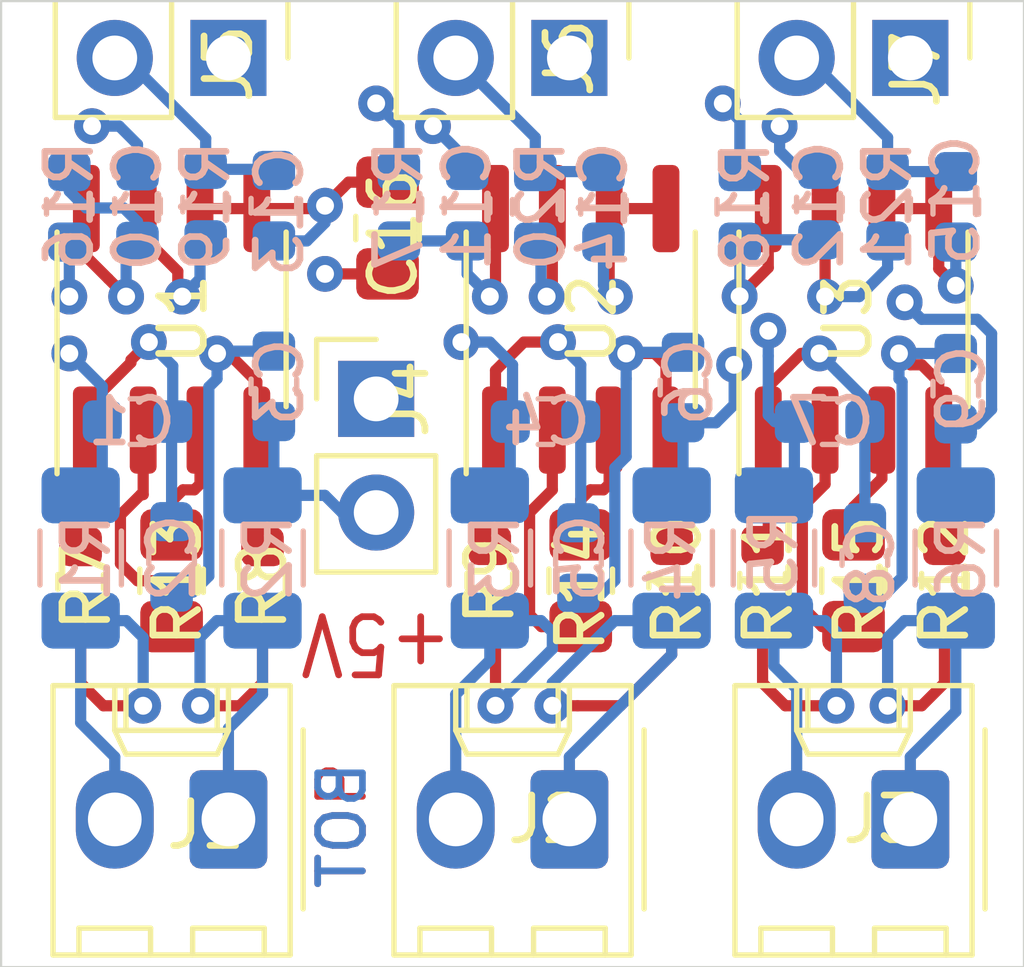
<source format=kicad_pcb>
(kicad_pcb (version 20171130) (host pcbnew "(5.1.5)-3")
  (layers (0 F.Cu signal hide) (1 In1.Cu signal hide) (2 In2.Cu signal hide) (31 B.Cu signal hide) (34 B.Paste user hide) (35 F.Paste user hide) (36 B.SilkS user) (37 F.SilkS user hide) (38 B.Mask user hide) (39 F.Mask user hide) (44 Edge.Cuts user))
  (net 0 "")
  (net 1 +5V)
  (net 2 "Net-(C1-Pad1)")
  (net 3 GND)
  (net 4 "Net-(C4-Pad1)")
  (net 5 "Net-(C7-Pad1)")
  (net 6 "Net-(C15-Pad1)")
  (net 7 "Net-(R20-Pad2)")
  (net 8 "Net-(R21-Pad2)")
  (net 9 "Net-(R13-Pad2)")
  (net 10 "Net-(R13-Pad1)")
  (net 11 "Net-(R14-Pad2)")
  (net 12 "Net-(R14-Pad1)")
  (net 13 "Net-(R15-Pad2)")
  (net 14 "Net-(R15-Pad1)")
  (net 15 "Net-(R19-Pad2)")
  (net 16 "Net-(C10-Pad2)")
  (net 17 "Net-(C12-Pad2)")
  (net 18 "Net-(J1-Pad2)")
  (net 19 "Net-(J1-Pad1)")
  (net 20 "Net-(J3-Pad2)")
  (net 21 "Net-(J3-Pad1)")
  (net 22 "Net-(C2-Pad1)")
  (net 23 "Net-(C5-Pad1)")
  (net 24 "Net-(C8-Pad1)")
  (net 25 "Net-(C11-Pad2)")
  (net 26 "Net-(C13-Pad1)")
  (net 27 "Net-(C14-Pad1)")
  (net 28 "Net-(J2-Pad2)")
  (net 29 "Net-(J2-Pad1)")
  (module Capacitor_SMD:C_0805_2012Metric_Pad1.15x1.40mm_HandSolder (layer F.Cu) (at 133.354795 93.633061 270)
    (fp_text reference C16 (at 0.136 -0.127 90) (layer F.SilkS))
    (fp_text value "10uF / 25V")
    (pad 2 smd roundrect (at 1.025 0 270) (size 1.15 1.4) (layers F.Cu F.Paste F.Mask) (roundrect_rratio 0.217391) (net 1 +5V))
    (pad 1 smd roundrect (at -1.025 0 270) (size 1.15 1.4) (layers F.Cu F.Paste F.Mask) (roundrect_rratio 0.217391) (net 3 GND))
  )
  (module Capacitor_SMD:C_0603_1608Metric (layer B.Cu) (at 127.766795 97.960061 180)
    (fp_text reference C1 (at 0.127 0 180) (layer B.SilkS) (effects (justify mirror)))
    (fp_text value 100nF)
    (pad 2 smd roundrect (at 0.7875 0 180) (size 0.875 0.95) (layers B.Cu B.Paste B.Mask) (net 3 GND))
    (pad 1 smd roundrect (at -0.7875 0 180) (size 0.875 0.95) (layers B.Cu B.Paste B.Mask) (net 2 "Net-(C1-Pad1)"))
  )
  (module Capacitor_SMD:C_0603_1608Metric (layer B.Cu) (at 128.528795 100.982561 90)
    (fp_text reference C2 (at -0.0255 0 -90) (layer B.SilkS) (effects (justify mirror)))
    (fp_text value 100nF)
    (pad 2 smd roundrect (at 0.7875 0 90) (size 0.875 0.95) (layers B.Cu B.Paste B.Mask) (net 2 "Net-(C1-Pad1)"))
    (pad 1 smd roundrect (at -0.7875 0 90) (size 0.875 0.95) (layers B.Cu B.Paste B.Mask) (net 22 "Net-(C2-Pad1)"))
  )
  (module Capacitor_SMD:C_0603_1608Metric (layer B.Cu) (at 130.814795 97.172561 90)
    (fp_text reference C3 (at 0.1015 0.127 90) (layer B.SilkS) (effects (justify mirror)))
    (fp_text value 100nF)
    (pad 2 smd roundrect (at 0.7875 0 90) (size 0.875 0.95) (layers B.Cu B.Paste B.Mask) (net 22 "Net-(C2-Pad1)"))
    (pad 1 smd roundrect (at -0.7875 0 90) (size 0.875 0.95) (layers B.Cu B.Paste B.Mask) (net 1 +5V))
  )
  (module Capacitor_SMD:C_0603_1608Metric (layer B.Cu) (at 136.885295 97.960061 180)
    (fp_text reference C4 (at -0.0255 0) (layer B.SilkS) (effects (justify mirror)))
    (fp_text value 100nF)
    (pad 2 smd roundrect (at 0.7875 0 180) (size 0.875 0.95) (layers B.Cu B.Paste B.Mask) (net 3 GND))
    (pad 1 smd roundrect (at -0.7875 0 180) (size 0.875 0.95) (layers B.Cu B.Paste B.Mask) (net 4 "Net-(C4-Pad1)"))
  )
  (module Capacitor_SMD:C_0603_1608Metric (layer B.Cu) (at 137.621995 101.008061 90)
    (fp_text reference C5 (at 0 0.0508 90) (layer B.SilkS) (effects (justify mirror)))
    (fp_text value 100nF)
    (pad 2 smd roundrect (at 0.7875 0 90) (size 0.875 0.95) (layers B.Cu B.Paste B.Mask) (net 4 "Net-(C4-Pad1)"))
    (pad 1 smd roundrect (at -0.7875 0 90) (size 0.875 0.95) (layers B.Cu B.Paste B.Mask) (net 23 "Net-(C5-Pad1)"))
  )
  (module Capacitor_SMD:C_0603_1608Metric (layer B.Cu) (at 139.958795 97.198061 90)
    (fp_text reference C6 (at 0.127 0.127 90) (layer B.SilkS) (effects (justify mirror)))
    (fp_text value 100nF)
    (pad 2 smd roundrect (at 0.7875 0 90) (size 0.875 0.95) (layers B.Cu B.Paste B.Mask) (net 23 "Net-(C5-Pad1)"))
    (pad 1 smd roundrect (at -0.7875 0 90) (size 0.875 0.95) (layers B.Cu B.Paste B.Mask) (net 1 +5V))
  )
  (module Capacitor_SMD:C_0603_1608Metric (layer B.Cu) (at 143.235295 97.960061 180)
    (fp_text reference C7 (at -0.0255 0) (layer B.SilkS) (effects (justify mirror)))
    (fp_text value 100nF)
    (pad 2 smd roundrect (at 0.7875 0 180) (size 0.875 0.95) (layers B.Cu B.Paste B.Mask) (net 3 GND))
    (pad 1 smd roundrect (at -0.7875 0 180) (size 0.875 0.95) (layers B.Cu B.Paste B.Mask) (net 5 "Net-(C7-Pad1)"))
  )
  (module Capacitor_SMD:C_0603_1608Metric (layer B.Cu) (at 144.022795 101.008061 90)
    (fp_text reference C8 (at -0.127 0.127 90) (layer B.SilkS) (effects (justify mirror)))
    (fp_text value 100nF)
    (pad 2 smd roundrect (at 0.7875 0 90) (size 0.875 0.95) (layers B.Cu B.Paste B.Mask) (net 5 "Net-(C7-Pad1)"))
    (pad 1 smd roundrect (at -0.7875 0 90) (size 0.875 0.95) (layers B.Cu B.Paste B.Mask) (net 24 "Net-(C8-Pad1)"))
  )
  (module Capacitor_SMD:C_0603_1608Metric (layer B.Cu) (at 146.054795 97.223561 90)
    (fp_text reference C9 (at 0 0.127 90) (layer B.SilkS) (effects (justify mirror)))
    (fp_text value 100nF)
    (pad 2 smd roundrect (at 0.7875 0 90) (size 0.875 0.95) (layers B.Cu B.Paste B.Mask) (net 24 "Net-(C8-Pad1)"))
    (pad 1 smd roundrect (at -0.7875 0 90) (size 0.875 0.95) (layers B.Cu B.Paste B.Mask) (net 1 +5V))
  )
  (module Capacitor_SMD:C_0603_1608Metric (layer B.Cu) (at 127.766795 93.143061 270)
    (fp_text reference C10 (at 0 0 270) (layer B.SilkS) (effects (justify mirror)))
    (fp_text value 100nF)
    (pad 2 smd roundrect (at 0.7875 0 270) (size 0.875 0.95) (layers B.Cu B.Paste B.Mask) (net 16 "Net-(C10-Pad2)"))
    (pad 1 smd roundrect (at -0.7875 0 270) (size 0.875 0.95) (layers B.Cu B.Paste B.Mask) (net 3 GND))
  )
  (module Capacitor_SMD:C_0603_1608Metric (layer B.Cu) (at 135.132795 93.134061 270)
    (fp_text reference C11 (at 0 0 270) (layer B.SilkS) (effects (justify mirror)))
    (fp_text value 100nF)
    (pad 2 smd roundrect (at 0.7875 0 270) (size 0.875 0.95) (layers B.Cu B.Paste B.Mask) (net 25 "Net-(C11-Pad2)"))
    (pad 1 smd roundrect (at -0.7875 0 270) (size 0.875 0.95) (layers B.Cu B.Paste B.Mask) (net 3 GND))
  )
  (module Capacitor_SMD:C_0603_1608Metric (layer B.Cu) (at 143.006795 93.108561 270)
    (fp_text reference C12 (at 0.0255 0 270) (layer B.SilkS) (effects (justify mirror)))
    (fp_text value 100nF)
    (pad 2 smd roundrect (at 0.7875 0 270) (size 0.875 0.95) (layers B.Cu B.Paste B.Mask) (net 17 "Net-(C12-Pad2)"))
    (pad 1 smd roundrect (at -0.7875 0 270) (size 0.875 0.95) (layers B.Cu B.Paste B.Mask) (net 3 GND))
  )
  (module Capacitor_SMD:C_0603_1608Metric (layer B.Cu) (at 130.814795 93.134061 270)
    (fp_text reference C13 (at 0.127 -0.127 270) (layer B.SilkS) (effects (justify mirror)))
    (fp_text value dnp)
    (pad 2 smd roundrect (at 0.7875 0 270) (size 0.875 0.95) (layers B.Cu B.Paste B.Mask) (net 3 GND))
    (pad 1 smd roundrect (at -0.7875 0 270) (size 0.875 0.95) (layers B.Cu B.Paste B.Mask) (net 26 "Net-(C13-Pad1)"))
  )
  (module Capacitor_SMD:C_0603_1608Metric (layer B.Cu) (at 138.180795 93.159561 270)
    (fp_text reference C14 (at 0 0 270) (layer B.SilkS) (effects (justify mirror)))
    (fp_text value dnp)
    (pad 2 smd roundrect (at 0.7875 0 270) (size 0.875 0.95) (layers B.Cu B.Paste B.Mask) (net 3 GND))
    (pad 1 smd roundrect (at -0.7875 0 270) (size 0.875 0.95) (layers B.Cu B.Paste B.Mask) (net 27 "Net-(C14-Pad1)"))
  )
  (module Capacitor_SMD:C_0603_1608Metric (layer B.Cu) (at 146.054795 93.159561 270)
    (fp_text reference C15 (at -0.1525 0 270) (layer B.SilkS) (effects (justify mirror)))
    (fp_text value dnp)
    (pad 2 smd roundrect (at 0.7875 0 270) (size 0.875 0.95) (layers B.Cu B.Paste B.Mask) (net 3 GND))
    (pad 1 smd roundrect (at -0.7875 0 270) (size 0.875 0.95) (layers B.Cu B.Paste B.Mask) (net 6 "Net-(C15-Pad1)"))
  )
  (module Resistor_SMD:R_1206_3216Metric (layer B.Cu) (at 126.496795 101.008061 270)
    (fp_text reference R1 (at 0 -0.127 270) (layer B.SilkS) (effects (justify mirror)))
    (fp_text value 2k2)
    (pad 2 smd roundrect (at 1.4 0 270) (size 1.25 1.75) (layers B.Cu B.Paste B.Mask) (roundrect_rratio 0.2) (net 18 "Net-(J1-Pad2)"))
    (pad 1 smd roundrect (at -1.4 0 270) (size 1.25 1.75) (layers B.Cu B.Paste B.Mask) (roundrect_rratio 0.2) (net 3 GND))
  )
  (module Resistor_SMD:R_1206_3216Metric (layer B.Cu) (at 130.560795 101.008061 90)
    (fp_text reference R2 (at 0 0.127 90) (layer B.SilkS) (effects (justify mirror)))
    (fp_text value 2k2)
    (pad 2 smd roundrect (at 1.4 0 90) (size 1.25 1.75) (layers B.Cu B.Paste B.Mask) (roundrect_rratio 0.2) (net 1 +5V))
    (pad 1 smd roundrect (at -1.4 0 90) (size 1.25 1.75) (layers B.Cu B.Paste B.Mask) (roundrect_rratio 0.2) (net 19 "Net-(J1-Pad1)"))
  )
  (module Resistor_SMD:R_1206_3216Metric (layer B.Cu) (at 135.640795 101.008061 270)
    (fp_text reference R3 (at 0 -0.127 90) (layer B.SilkS) (effects (justify mirror)))
    (fp_text value 2k2)
    (pad 2 smd roundrect (at 1.4 0 270) (size 1.25 1.75) (layers B.Cu B.Paste B.Mask) (roundrect_rratio 0.2) (net 28 "Net-(J2-Pad2)"))
    (pad 1 smd roundrect (at -1.4 0 270) (size 1.25 1.75) (layers B.Cu B.Paste B.Mask) (roundrect_rratio 0.2) (net 3 GND))
  )
  (module Resistor_SMD:R_1206_3216Metric (layer B.Cu) (at 139.704795 101.008061 90)
    (fp_text reference R4 (at 0 0 90) (layer B.SilkS) (effects (justify mirror)))
    (fp_text value 2k2)
    (pad 2 smd roundrect (at 1.4 0 90) (size 1.25 1.75) (layers B.Cu B.Paste B.Mask) (roundrect_rratio 0.2) (net 1 +5V))
    (pad 1 smd roundrect (at -1.4 0 90) (size 1.25 1.75) (layers B.Cu B.Paste B.Mask) (roundrect_rratio 0.2) (net 29 "Net-(J2-Pad1)"))
  )
  (module Resistor_SMD:R_1206_3216Metric (layer B.Cu) (at 141.990795 101.008061 270)
    (fp_text reference R5 (at -0.127 0 90) (layer B.SilkS) (effects (justify mirror)))
    (fp_text value 2k2)
    (pad 2 smd roundrect (at 1.4 0 270) (size 1.25 1.75) (layers B.Cu B.Paste B.Mask) (roundrect_rratio 0.2) (net 20 "Net-(J3-Pad2)"))
    (pad 1 smd roundrect (at -1.4 0 270) (size 1.25 1.75) (layers B.Cu B.Paste B.Mask) (roundrect_rratio 0.2) (net 3 GND))
  )
  (module Resistor_SMD:R_1206_3216Metric (layer B.Cu) (at 146.054795 101.008061 90)
    (fp_text reference R6 (at 0 0.127 90) (layer B.SilkS) (effects (justify mirror)))
    (fp_text value 2k2)
    (pad 2 smd roundrect (at 1.4 0 90) (size 1.25 1.75) (layers B.Cu B.Paste B.Mask) (roundrect_rratio 0.2) (net 1 +5V))
    (pad 1 smd roundrect (at -1.4 0 90) (size 1.25 1.75) (layers B.Cu B.Paste B.Mask) (roundrect_rratio 0.2) (net 21 "Net-(J3-Pad1)"))
  )
  (module Resistor_SMD:R_0603_1608Metric (layer F.Cu) (at 126.496795 101.541561 270)
    (fp_text reference R7 (at 0.1015 -0.127 90) (layer F.SilkS))
    (fp_text value 10k)
    (pad 2 smd roundrect (at 0.7875 0 270) (size 0.875 0.95) (layers F.Cu F.Paste F.Mask) (net 18 "Net-(J1-Pad2)"))
    (pad 1 smd roundrect (at -0.7875 0 270) (size 0.875 0.95) (layers F.Cu F.Paste F.Mask) (net 2 "Net-(C1-Pad1)"))
  )
  (module Resistor_SMD:R_0603_1608Metric (layer F.Cu) (at 130.560795 101.541561 270)
    (fp_text reference R8 (at 0.1015 0 90) (layer F.SilkS))
    (fp_text value 10k)
    (pad 2 smd roundrect (at 0.7875 0 270) (size 0.875 0.95) (layers F.Cu F.Paste F.Mask) (net 19 "Net-(J1-Pad1)"))
    (pad 1 smd roundrect (at -0.7875 0 270) (size 0.875 0.95) (layers F.Cu F.Paste F.Mask) (net 22 "Net-(C2-Pad1)"))
  )
  (module Resistor_SMD:R_0603_1608Metric (layer F.Cu) (at 135.640795 101.516061 270)
    (fp_text reference R9 (at 0 0 90) (layer F.SilkS))
    (fp_text value 10k)
    (pad 2 smd roundrect (at 0.7875 0 270) (size 0.875 0.95) (layers F.Cu F.Paste F.Mask) (net 28 "Net-(J2-Pad2)"))
    (pad 1 smd roundrect (at -0.7875 0 270) (size 0.875 0.95) (layers F.Cu F.Paste F.Mask) (net 4 "Net-(C4-Pad1)"))
  )
  (module Resistor_SMD:R_0603_1608Metric (layer F.Cu) (at 139.704795 101.516061 270)
    (fp_text reference R10 (at 0 -0.127 90) (layer F.SilkS))
    (fp_text value 10k)
    (pad 2 smd roundrect (at 0.7875 0 270) (size 0.875 0.95) (layers F.Cu F.Paste F.Mask) (net 29 "Net-(J2-Pad1)"))
    (pad 1 smd roundrect (at -0.7875 0 270) (size 0.875 0.95) (layers F.Cu F.Paste F.Mask) (net 23 "Net-(C5-Pad1)"))
  )
  (module Resistor_SMD:R_0603_1608Metric (layer F.Cu) (at 141.736795 101.516061 270)
    (fp_text reference R11 (at 0 -0.127 90) (layer F.SilkS))
    (fp_text value 10k)
    (pad 2 smd roundrect (at 0.7875 0 270) (size 0.875 0.95) (layers F.Cu F.Paste F.Mask) (net 20 "Net-(J3-Pad2)"))
    (pad 1 smd roundrect (at -0.7875 0 270) (size 0.875 0.95) (layers F.Cu F.Paste F.Mask) (net 5 "Net-(C7-Pad1)"))
  )
  (module Resistor_SMD:R_0603_1608Metric (layer F.Cu) (at 145.800795 101.516061 270)
    (fp_text reference R12 (at 0 0 90) (layer F.SilkS))
    (fp_text value 10k)
    (pad 2 smd roundrect (at 0.7875 0 270) (size 0.875 0.95) (layers F.Cu F.Paste F.Mask) (net 21 "Net-(J3-Pad1)"))
    (pad 1 smd roundrect (at -0.7875 0 270) (size 0.875 0.95) (layers F.Cu F.Paste F.Mask) (net 24 "Net-(C8-Pad1)"))
  )
  (module Resistor_SMD:R_0603_1608Metric (layer B.Cu) (at 126.242795 93.159561 90)
    (fp_text reference R16 (at 0.0255 0 270) (layer B.SilkS) (effects (justify mirror)))
    (fp_text value 100)
    (pad 2 smd roundrect (at 0.7875 0 90) (size 0.875 0.95) (layers B.Cu B.Paste B.Mask) (net 16 "Net-(C10-Pad2)"))
    (pad 1 smd roundrect (at -0.7875 0 90) (size 0.875 0.95) (layers B.Cu B.Paste B.Mask) (net 1 +5V))
  )
  (module Resistor_SMD:R_0603_1608Metric (layer B.Cu) (at 133.608795 93.134061 270)
    (fp_text reference R17 (at 0 0 270) (layer B.SilkS) (effects (justify mirror)))
    (fp_text value 100)
    (pad 2 smd roundrect (at 0.7875 0 270) (size 0.875 0.95) (layers B.Cu B.Paste B.Mask) (net 25 "Net-(C11-Pad2)"))
    (pad 1 smd roundrect (at -0.7875 0 270) (size 0.875 0.95) (layers B.Cu B.Paste B.Mask) (net 1 +5V))
  )
  (module Resistor_SMD:R_0603_1608Metric (layer B.Cu) (at 141.228795 93.159561 270)
    (fp_text reference R18 (at 0 -0.127 270) (layer B.SilkS) (effects (justify mirror)))
    (fp_text value 100)
    (pad 2 smd roundrect (at 0.7875 0 270) (size 0.875 0.95) (layers B.Cu B.Paste B.Mask) (net 17 "Net-(C12-Pad2)"))
    (pad 1 smd roundrect (at -0.7875 0 270) (size 0.875 0.95) (layers B.Cu B.Paste B.Mask) (net 1 +5V))
  )
  (module Resistor_SMD:R_0603_1608Metric (layer B.Cu) (at 129.290795 93.108561 270)
    (fp_text reference R19 (at 0.0255 0 270) (layer B.SilkS) (effects (justify mirror)))
    (fp_text value 100)
    (pad 2 smd roundrect (at 0.7875 0 270) (size 0.875 0.95) (layers B.Cu B.Paste B.Mask) (net 15 "Net-(R19-Pad2)"))
    (pad 1 smd roundrect (at -0.7875 0 270) (size 0.875 0.95) (layers B.Cu B.Paste B.Mask) (net 26 "Net-(C13-Pad1)"))
  )
  (module Resistor_SMD:R_0603_1608Metric (layer B.Cu) (at 136.656795 93.159561 270)
    (fp_text reference R20 (at -0.0255 -0.127 270) (layer B.SilkS) (effects (justify mirror)))
    (fp_text value 100)
    (pad 2 smd roundrect (at 0.7875 0 270) (size 0.875 0.95) (layers B.Cu B.Paste B.Mask) (net 7 "Net-(R20-Pad2)"))
    (pad 1 smd roundrect (at -0.7875 0 270) (size 0.875 0.95) (layers B.Cu B.Paste B.Mask) (net 27 "Net-(C14-Pad1)"))
  )
  (module Resistor_SMD:R_0603_1608Metric (layer B.Cu) (at 144.530795 93.134061 270)
    (fp_text reference R21 (at 0 0 270) (layer B.SilkS) (effects (justify mirror)))
    (fp_text value 100)
    (pad 2 smd roundrect (at 0.7875 0 270) (size 0.875 0.95) (layers B.Cu B.Paste B.Mask) (net 8 "Net-(R21-Pad2)"))
    (pad 1 smd roundrect (at -0.7875 0 270) (size 0.875 0.95) (layers B.Cu B.Paste B.Mask) (net 6 "Net-(C15-Pad1)"))
  )
  (module Package_SO:SOIC-8_3.9x4.9mm_P1.27mm (layer F.Cu) (at 137.672795 95.674061 90)
    (fp_text reference U2 (at 0 0.254 90) (layer F.SilkS))
    (fp_text value INA826)
    (pad 8 smd roundrect (at 2.475 -1.905 90) (size 1.95 0.6) (layers F.Cu F.Paste F.Mask) (net 25 "Net-(C11-Pad2)"))
    (pad 7 smd roundrect (at 2.475 -0.635 90) (size 1.95 0.6) (layers F.Cu F.Paste F.Mask) (net 7 "Net-(R20-Pad2)"))
    (pad 6 smd roundrect (at 2.475 0.635 90) (size 1.95 0.6) (layers F.Cu F.Paste F.Mask) (net 3 GND))
    (pad 5 smd roundrect (at 2.475 1.905 90) (size 1.95 0.6) (layers F.Cu F.Paste F.Mask) (net 3 GND))
    (pad 4 smd roundrect (at -2.475 1.905 90) (size 1.95 0.6) (layers F.Cu F.Paste F.Mask) (net 23 "Net-(C5-Pad1)"))
    (pad 3 smd roundrect (at -2.475 0.635 90) (size 1.95 0.6) (layers F.Cu F.Paste F.Mask) (net 11 "Net-(R14-Pad2)"))
    (pad 2 smd roundrect (at -2.475 -0.635 90) (size 1.95 0.6) (layers F.Cu F.Paste F.Mask) (net 12 "Net-(R14-Pad1)"))
    (pad 1 smd roundrect (at -2.475 -1.905 90) (size 1.95 0.6) (layers F.Cu F.Paste F.Mask) (net 4 "Net-(C4-Pad1)"))
  )
  (module Resistor_SMD:R_0805_2012Metric_Pad1.15x1.40mm_HandSolder (layer F.Cu) (at 128.528795 101.516061 90)
    (fp_text reference R13 (at 0 0.127 90) (layer F.SilkS))
    (fp_text value 5k49)
    (pad 2 smd roundrect (at 1.025 0 90) (size 1.15 1.4) (layers F.Cu F.Paste F.Mask) (roundrect_rratio 0.217391) (net 9 "Net-(R13-Pad2)"))
    (pad 1 smd roundrect (at -1.025 0 90) (size 1.15 1.4) (layers F.Cu F.Paste F.Mask) (roundrect_rratio 0.217391) (net 10 "Net-(R13-Pad1)"))
  )
  (module Package_SO:SOIC-8_3.9x4.9mm_P1.27mm (layer F.Cu) (at 143.768795 95.674061 90)
    (fp_text reference U3 (at 0 -0.127 90) (layer F.SilkS))
    (fp_text value INA826)
    (pad 8 smd roundrect (at 2.475 -1.905 90) (size 1.95 0.6) (layers F.Cu F.Paste F.Mask) (net 17 "Net-(C12-Pad2)"))
    (pad 7 smd roundrect (at 2.475 -0.635 90) (size 1.95 0.6) (layers F.Cu F.Paste F.Mask) (net 8 "Net-(R21-Pad2)"))
    (pad 6 smd roundrect (at 2.475 0.635 90) (size 1.95 0.6) (layers F.Cu F.Paste F.Mask) (net 3 GND))
    (pad 5 smd roundrect (at 2.475 1.905 90) (size 1.95 0.6) (layers F.Cu F.Paste F.Mask) (net 3 GND))
    (pad 4 smd roundrect (at -2.475 1.905 90) (size 1.95 0.6) (layers F.Cu F.Paste F.Mask) (net 24 "Net-(C8-Pad1)"))
    (pad 3 smd roundrect (at -2.475 0.635 90) (size 1.95 0.6) (layers F.Cu F.Paste F.Mask) (net 13 "Net-(R15-Pad2)"))
    (pad 2 smd roundrect (at -2.475 -0.635 90) (size 1.95 0.6) (layers F.Cu F.Paste F.Mask) (net 14 "Net-(R15-Pad1)"))
    (pad 1 smd roundrect (at -2.475 -1.905 90) (size 1.95 0.6) (layers F.Cu F.Paste F.Mask) (net 5 "Net-(C7-Pad1)"))
  )
  (module Package_SO:SOIC-8_3.9x4.9mm_P1.27mm (layer F.Cu) (at 128.528795 95.674061 90)
    (fp_text reference U1 (at 0 0.254 90) (layer F.SilkS))
    (fp_text value INA826)
    (pad 8 smd roundrect (at 2.475 -1.905 90) (size 1.95 0.6) (layers F.Cu F.Paste F.Mask) (net 16 "Net-(C10-Pad2)"))
    (pad 7 smd roundrect (at 2.475 -0.635 90) (size 1.95 0.6) (layers F.Cu F.Paste F.Mask) (net 15 "Net-(R19-Pad2)"))
    (pad 6 smd roundrect (at 2.475 0.635 90) (size 1.95 0.6) (layers F.Cu F.Paste F.Mask) (net 3 GND))
    (pad 5 smd roundrect (at 2.475 1.905 90) (size 1.95 0.6) (layers F.Cu F.Paste F.Mask) (net 3 GND))
    (pad 4 smd roundrect (at -2.475 1.905 90) (size 1.95 0.6) (layers F.Cu F.Paste F.Mask) (net 22 "Net-(C2-Pad1)"))
    (pad 3 smd roundrect (at -2.475 0.635 90) (size 1.95 0.6) (layers F.Cu F.Paste F.Mask) (net 9 "Net-(R13-Pad2)"))
    (pad 2 smd roundrect (at -2.475 -0.635 90) (size 1.95 0.6) (layers F.Cu F.Paste F.Mask) (net 10 "Net-(R13-Pad1)"))
    (pad 1 smd roundrect (at -2.475 -1.905 90) (size 1.95 0.6) (layers F.Cu F.Paste F.Mask) (net 2 "Net-(C1-Pad1)"))
  )
  (module Resistor_SMD:R_0805_2012Metric_Pad1.15x1.40mm_HandSolder (layer F.Cu) (at 143.768795 101.516061 90)
    (fp_text reference R15 (at 0 0.127 90) (layer F.SilkS))
    (fp_text value 5k49)
    (pad 2 smd roundrect (at 1.025 0 90) (size 1.15 1.4) (layers F.Cu F.Paste F.Mask) (roundrect_rratio 0.217391) (net 13 "Net-(R15-Pad2)"))
    (pad 1 smd roundrect (at -1.025 0 90) (size 1.15 1.4) (layers F.Cu F.Paste F.Mask) (roundrect_rratio 0.217391) (net 14 "Net-(R15-Pad1)"))
  )
  (module Resistor_SMD:R_0805_2012Metric_Pad1.15x1.40mm_HandSolder (layer F.Cu) (at 137.672795 101.516061 90)
    (fp_text reference R14 (at -0.127 0 270) (layer F.SilkS))
    (fp_text value 5k49)
    (pad 2 smd roundrect (at 1.025 0 90) (size 1.15 1.4) (layers F.Cu F.Paste F.Mask) (roundrect_rratio 0.217391) (net 11 "Net-(R14-Pad2)"))
    (pad 1 smd roundrect (at -1.025 0 90) (size 1.15 1.4) (layers F.Cu F.Paste F.Mask) (roundrect_rratio 0.217391) (net 12 "Net-(R14-Pad1)"))
  )
  (module Connector_PinHeader_2.54mm:PinHeader_1x02_P2.54mm_Vertical (layer F.Cu) (at 145.038795 89.832061 270)
    (fp_text reference J7 (at 0.254 -0.127 90) (layer F.SilkS))
    (fp_text value Conn_01x02_Male)
    (pad 2 thru_hole oval (at 0 2.54 270) (size 1.7 1.7) (drill 1) (layers *.Cu *.Mask) (net 6 "Net-(C15-Pad1)"))
    (pad 1 thru_hole rect (at 0 0 270) (size 1.7 1.7) (drill 1) (layers *.Cu *.Mask) (net 3 GND))
  )
  (module Connector_PinHeader_2.54mm:PinHeader_1x02_P2.54mm_Vertical (layer F.Cu) (at 137.418795 89.832061 270)
    (fp_text reference J6 (at 0 0 90) (layer F.SilkS))
    (fp_text value Conn_01x02_Male)
    (pad 2 thru_hole oval (at 0 2.54 270) (size 1.7 1.7) (drill 1) (layers *.Cu *.Mask) (net 27 "Net-(C14-Pad1)"))
    (pad 1 thru_hole rect (at 0 0 270) (size 1.7 1.7) (drill 1) (layers *.Cu *.Mask) (net 3 GND))
  )
  (module Connector_Molex:Molex_KK-254_AE-6410-02A_1x02_P2.54mm_Vertical (layer F.Cu) (at 145.038795 106.850061 180)
    (fp_text reference J3 (at 0.635 0) (layer F.SilkS))
    (fp_text value Conn_01x02_Male)
    (pad 2 thru_hole oval (at 2.54 0 180) (size 1.74 2.2) (drill 1.2) (layers *.Cu *.Mask) (net 20 "Net-(J3-Pad2)"))
    (pad 1 thru_hole roundrect (at 0 0 180) (size 1.74 2.2) (drill 1.2) (layers *.Cu *.Mask) (roundrect_rratio 0.143678) (net 21 "Net-(J3-Pad1)"))
  )
  (module Connector_Molex:Molex_KK-254_AE-6410-02A_1x02_P2.54mm_Vertical (layer F.Cu) (at 137.418795 106.850061 180)
    (fp_text reference J2 (at 0.508 0) (layer F.SilkS))
    (fp_text value Conn_01x02_Male)
    (pad 2 thru_hole oval (at 2.54 0 180) (size 1.74 2.2) (drill 1.2) (layers *.Cu *.Mask) (net 28 "Net-(J2-Pad2)"))
    (pad 1 thru_hole roundrect (at 0 0 180) (size 1.74 2.2) (drill 1.2) (layers *.Cu *.Mask) (roundrect_rratio 0.143678) (net 29 "Net-(J2-Pad1)"))
  )
  (module Connector_PinHeader_2.54mm:PinHeader_1x02_P2.54mm_Vertical (layer F.Cu) (at 133.100795 97.452061)
    (fp_text reference J4 (at 0.635 0 90) (layer F.SilkS))
    (fp_text value Conn_01x02_Male)
    (pad 2 thru_hole oval (at 0 2.54) (size 1.7 1.7) (drill 1) (layers *.Cu *.Mask) (net 1 +5V))
    (pad 1 thru_hole rect (at 0 0) (size 1.7 1.7) (drill 1) (layers *.Cu *.Mask) (net 3 GND))
  )
  (module Connector_PinHeader_2.54mm:PinHeader_1x02_P2.54mm_Vertical (layer F.Cu) (at 129.798795 89.832061 270)
    (fp_text reference J5 (at 0.127 0 90) (layer F.SilkS))
    (fp_text value Conn_01x02_Male)
    (pad 2 thru_hole oval (at 0 2.54 270) (size 1.7 1.7) (drill 1) (layers *.Cu *.Mask) (net 26 "Net-(C13-Pad1)"))
    (pad 1 thru_hole rect (at 0 0 270) (size 1.7 1.7) (drill 1) (layers *.Cu *.Mask) (net 3 GND))
  )
  (module Connector_Molex:Molex_KK-254_AE-6410-02A_1x02_P2.54mm_Vertical (layer F.Cu) (at 129.798795 106.850061 180)
    (fp_text reference J1 (at 0.508 -0.127) (layer F.SilkS))
    (fp_text value Conn_01x02_Male)
    (pad 2 thru_hole oval (at 2.54 0 180) (size 1.74 2.2) (drill 1.2) (layers *.Cu *.Mask) (net 18 "Net-(J1-Pad2)"))
    (pad 1 thru_hole roundrect (at 0 0 180) (size 1.74 2.2) (drill 1.2) (layers *.Cu *.Mask) (roundrect_rratio 0.143678) (net 19 "Net-(J1-Pad1)"))
  )
  (gr_line (start 124.718795 110.152061) (end 147.578795 110.152061) (layer Edge.Cuts) (width 0.05))
  (gr_line (start 124.718795 110.152061) (end 124.718795 88.562061) (layer Edge.Cuts) (width 0.05))
  (gr_line (start 147.578795 88.562061) (end 147.578795 110.152061) (layer Edge.Cuts) (width 0.05))
  (gr_line (start 124.718795 88.562061) (end 147.578795 88.562061) (layer Edge.Cuts) (width 0.05))
  (gr_text "BOT\n" (at 132.338795 106.977061 90) (layer B.Cu) (effects (font (size 1 1)) (justify mirror)))
  (gr_text TOP (at 132.338795 106.977061 90) (layer F.Cu) (effects (font (size 1 1))))
  (gr_text +5V (at 133.100795 102.913061 180) (layer F.Cu) (effects (font (size 1.3 1.1))))
  (segment (start 130.814795 99.354061) (end 130.560795 99.608061) (width 0.25) (layer B.Cu) (net 1))
  (segment (start 130.814795 97.960061) (end 130.814795 99.354061) (width 0.25) (layer B.Cu) (net 1))
  (via (at 133.100785 90.848071) (size 0.8) (drill 0.4) (layers F.Cu B.Cu) (net 1))
  (segment (start 133.608795 91.356081) (end 133.100785 90.848071) (width 0.25) (layer B.Cu) (net 1))
  (segment (start 133.608795 92.346561) (end 133.608795 91.356081) (width 0.25) (layer B.Cu) (net 1))
  (segment (start 139.958795 99.354061) (end 139.704795 99.608061) (width 0.25) (layer B.Cu) (net 1))
  (segment (start 139.958795 97.985561) (end 139.958795 99.354061) (width 0.25) (layer B.Cu) (net 1))
  (segment (start 141.228795 92.372061) (end 141.228795 91.934561) (width 0.25) (layer B.Cu) (net 1))
  (segment (start 141.228795 91.934561) (end 141.228795 91.229061) (width 0.25) (layer B.Cu) (net 1))
  (segment (start 141.228795 91.229061) (end 140.847795 90.848061) (width 0.25) (layer B.Cu) (net 1))
  (via (at 140.847795 90.848061) (size 0.8) (drill 0.4) (layers F.Cu B.Cu) (net 1))
  (via (at 126.242795 95.166061) (size 0.8) (drill 0.4) (layers F.Cu B.Cu) (net 1))
  (segment (start 126.242795 93.947061) (end 126.242795 95.166061) (width 0.25) (layer B.Cu) (net 1))
  (via (at 141.101797 96.690061) (size 0.8) (drill 0.4) (layers F.Cu B.Cu) (net 1))
  (segment (start 146.054795 98.011061) (end 146.054795 99.608061) (width 0.25) (layer B.Cu) (net 1))
  (segment (start 146.536279 95.673551) (end 145.292285 95.673551) (width 0.25) (layer B.Cu) (net 1))
  (segment (start 146.854805 95.992077) (end 146.536279 95.673551) (width 0.25) (layer B.Cu) (net 1))
  (segment (start 146.854805 97.686051) (end 146.854805 95.992077) (width 0.25) (layer B.Cu) (net 1))
  (segment (start 146.054795 98.011061) (end 146.529795 98.011061) (width 0.25) (layer B.Cu) (net 1))
  (segment (start 146.529795 98.011061) (end 146.854805 97.686051) (width 0.25) (layer B.Cu) (net 1))
  (via (at 144.911795 95.293061) (size 0.8) (drill 0.4) (layers F.Cu B.Cu) (net 1))
  (segment (start 145.292285 95.673551) (end 144.911795 95.293061) (width 0.25) (layer B.Cu) (net 1))
  (segment (start 141.101797 97.579059) (end 141.101797 96.690061) (width 0.25) (layer B.Cu) (net 1))
  (segment (start 139.958795 97.985561) (end 140.695295 97.985561) (width 0.25) (layer B.Cu) (net 1))
  (segment (start 140.695295 97.985561) (end 141.101797 97.579059) (width 0.25) (layer B.Cu) (net 1))
  (segment (start 133.354795 94.658061) (end 131.957795 94.658061) (width 0.25) (layer F.Cu) (net 1))
  (via (at 131.957795 94.658061) (size 0.8) (drill 0.4) (layers F.Cu B.Cu) (net 1))
  (segment (start 133.100795 99.992061) (end 132.338795 99.992061) (width 0.25) (layer B.Cu) (net 1))
  (segment (start 131.954795 99.608061) (end 130.560795 99.608061) (width 0.25) (layer B.Cu) (net 1))
  (segment (start 132.338795 99.992061) (end 131.954795 99.608061) (width 0.25) (layer B.Cu) (net 1))
  (segment (start 126.496795 100.754061) (end 126.496795 99.738061) (width 0.25) (layer F.Cu) (net 2))
  (segment (start 126.623795 99.611061) (end 126.623795 98.149061) (width 0.25) (layer F.Cu) (net 2))
  (segment (start 126.496795 99.738061) (end 126.623795 99.611061) (width 0.25) (layer F.Cu) (net 2))
  (segment (start 128.528795 97.985561) (end 128.554295 97.960061) (width 0.25) (layer B.Cu) (net 2))
  (segment (start 128.528795 100.195061) (end 128.528795 97.985561) (width 0.25) (layer B.Cu) (net 2))
  (segment (start 128.020787 96.182149) (end 128.020875 96.182061) (width 0.25) (layer B.Cu) (net 2))
  (segment (start 128.020787 96.436061) (end 128.020787 96.182149) (width 0.25) (layer B.Cu) (net 2))
  (segment (start 128.554295 96.715481) (end 128.020875 96.182061) (width 0.25) (layer B.Cu) (net 2))
  (segment (start 127.969787 96.385061) (end 128.020787 96.436061) (width 0.25) (layer B.Cu) (net 2))
  (segment (start 128.554295 97.960061) (end 128.554295 96.715481) (width 0.25) (layer B.Cu) (net 2))
  (via (at 128.020875 96.182061) (size 0.8) (drill 0.4) (layers F.Cu B.Cu) (net 2))
  (segment (start 126.623795 98.149061) (end 126.923795 97.849061) (width 0.25) (layer F.Cu) (net 2))
  (segment (start 127.620876 96.58206) (end 128.020875 96.182061) (width 0.25) (layer F.Cu) (net 2))
  (segment (start 126.923795 97.336063) (end 127.620876 96.638982) (width 0.25) (layer F.Cu) (net 2))
  (segment (start 126.923795 97.849061) (end 126.923795 97.336063) (width 0.25) (layer F.Cu) (net 2))
  (segment (start 127.620876 96.638982) (end 127.620876 96.58206) (width 0.25) (layer F.Cu) (net 2))
  (via (at 126.750795 91.356061) (size 0.8) (drill 0.4) (layers F.Cu B.Cu) (net 3))
  (segment (start 127.358795 91.356061) (end 126.750795 91.356061) (width 0.25) (layer B.Cu) (net 3))
  (segment (start 127.766795 92.355561) (end 127.766795 91.764061) (width 0.25) (layer B.Cu) (net 3))
  (segment (start 127.766795 91.764061) (end 127.358795 91.356061) (width 0.25) (layer B.Cu) (net 3))
  (segment (start 126.979295 99.125561) (end 126.496795 99.608061) (width 0.25) (layer B.Cu) (net 3))
  (segment (start 126.979295 97.960061) (end 126.979295 99.125561) (width 0.25) (layer B.Cu) (net 3))
  (segment (start 129.163795 93.199061) (end 130.433795 93.199061) (width 0.25) (layer F.Cu) (net 3))
  (via (at 134.370795 91.356061) (size 0.8) (drill 0.4) (layers F.Cu B.Cu) (net 3))
  (segment (start 135.132795 92.346561) (end 135.132795 92.118061) (width 0.25) (layer B.Cu) (net 3))
  (segment (start 135.132795 92.118061) (end 134.370795 91.356061) (width 0.25) (layer B.Cu) (net 3))
  (segment (start 138.307795 93.199061) (end 139.577795 93.199061) (width 0.25) (layer F.Cu) (net 3))
  (segment (start 144.403795 93.199061) (end 145.673795 93.199061) (width 0.25) (layer F.Cu) (net 3))
  (via (at 138.434795 95.166061) (size 0.8) (drill 0.4) (layers F.Cu B.Cu) (net 3))
  (segment (start 138.180795 93.947061) (end 138.180795 94.912061) (width 0.25) (layer B.Cu) (net 3))
  (segment (start 138.180795 94.912061) (end 138.434795 95.166061) (width 0.25) (layer B.Cu) (net 3))
  (segment (start 138.307795 95.039061) (end 138.434795 95.166061) (width 0.25) (layer F.Cu) (net 3))
  (segment (start 138.307795 93.199061) (end 138.307795 95.039061) (width 0.25) (layer F.Cu) (net 3))
  (segment (start 136.097795 99.151061) (end 135.640795 99.608061) (width 0.25) (layer B.Cu) (net 3))
  (segment (start 136.097795 97.960061) (end 136.097795 99.151061) (width 0.25) (layer B.Cu) (net 3))
  (segment (start 142.531795 92.321061) (end 142.117795 91.907061) (width 0.25) (layer B.Cu) (net 3))
  (segment (start 143.006795 92.321061) (end 142.531795 92.321061) (width 0.25) (layer B.Cu) (net 3))
  (segment (start 142.117795 91.907061) (end 142.117795 91.356061) (width 0.25) (layer B.Cu) (net 3))
  (via (at 142.117795 91.356061) (size 0.8) (drill 0.4) (layers F.Cu B.Cu) (net 3))
  (segment (start 142.447795 99.151061) (end 141.990795 99.608061) (width 0.25) (layer B.Cu) (net 3))
  (segment (start 142.447795 97.960061) (end 142.447795 99.151061) (width 0.25) (layer B.Cu) (net 3))
  (segment (start 145.673795 93.199061) (end 145.673795 94.542041) (width 0.25) (layer F.Cu) (net 3))
  (segment (start 146.054795 93.947061) (end 146.054795 94.923041) (width 0.25) (layer B.Cu) (net 3))
  (segment (start 145.673795 94.542041) (end 146.054795 94.923041) (width 0.25) (layer F.Cu) (net 3))
  (via (at 146.054795 94.923041) (size 0.8) (drill 0.4) (layers F.Cu B.Cu) (net 3))
  (via (at 141.863795 95.928061) (size 0.8) (drill 0.4) (layers F.Cu B.Cu) (net 3))
  (segment (start 141.863795 96.493746) (end 141.863795 95.928061) (width 0.25) (layer B.Cu) (net 3))
  (segment (start 141.863795 97.813561) (end 141.863795 96.493746) (width 0.25) (layer B.Cu) (net 3))
  (segment (start 142.010295 97.960061) (end 141.863795 97.813561) (width 0.25) (layer B.Cu) (net 3))
  (segment (start 142.447795 97.960061) (end 142.010295 97.960061) (width 0.25) (layer B.Cu) (net 3))
  (via (at 135.005795 96.182061) (size 0.8) (drill 0.4) (layers F.Cu B.Cu) (net 3))
  (segment (start 135.405794 96.182061) (end 135.005795 96.182061) (width 0.25) (layer B.Cu) (net 3))
  (segment (start 135.640795 96.182061) (end 135.405794 96.182061) (width 0.25) (layer B.Cu) (net 3))
  (segment (start 136.148795 97.960061) (end 136.148795 96.690061) (width 0.25) (layer B.Cu) (net 3))
  (segment (start 136.148795 96.690061) (end 135.640795 96.182061) (width 0.25) (layer B.Cu) (net 3))
  (via (at 131.957797 93.134061) (size 0.8) (drill 0.4) (layers F.Cu B.Cu) (net 3))
  (segment (start 130.433795 93.199061) (end 131.892797 93.199061) (width 0.25) (layer F.Cu) (net 3))
  (segment (start 131.892797 93.199061) (end 131.957797 93.134061) (width 0.25) (layer F.Cu) (net 3))
  (segment (start 132.483797 92.608061) (end 132.357796 92.734062) (width 0.25) (layer F.Cu) (net 3))
  (segment (start 132.357796 92.734062) (end 131.957797 93.134061) (width 0.25) (layer F.Cu) (net 3))
  (segment (start 133.354795 92.608061) (end 132.483797 92.608061) (width 0.25) (layer F.Cu) (net 3))
  (segment (start 130.814795 93.921561) (end 131.551295 93.921561) (width 0.25) (layer B.Cu) (net 3))
  (segment (start 131.957797 93.515059) (end 131.957797 93.134061) (width 0.25) (layer B.Cu) (net 3))
  (segment (start 131.551295 93.921561) (end 131.957797 93.515059) (width 0.25) (layer B.Cu) (net 3))
  (segment (start 126.979295 97.960061) (end 126.979295 97.172561) (width 0.25) (layer B.Cu) (net 3))
  (via (at 126.242795 96.436061) (size 0.8) (drill 0.4) (layers F.Cu B.Cu) (net 3))
  (segment (start 126.979295 97.172561) (end 126.242795 96.436061) (width 0.25) (layer B.Cu) (net 3))
  (segment (start 135.640795 100.728561) (end 135.640795 99.738061) (width 0.25) (layer F.Cu) (net 4))
  (segment (start 135.767795 99.611061) (end 135.767795 98.149061) (width 0.25) (layer F.Cu) (net 4))
  (segment (start 135.640795 99.738061) (end 135.767795 99.611061) (width 0.25) (layer F.Cu) (net 4))
  (via (at 137.164711 96.182045) (size 0.8) (drill 0.4) (layers F.Cu B.Cu) (net 4))
  (segment (start 137.672795 97.960061) (end 137.672795 96.690129) (width 0.25) (layer B.Cu) (net 4))
  (segment (start 137.672795 96.690129) (end 137.164711 96.182045) (width 0.25) (layer B.Cu) (net 4))
  (segment (start 136.402811 96.182045) (end 137.164711 96.182045) (width 0.25) (layer F.Cu) (net 4))
  (segment (start 135.767795 98.149061) (end 135.767795 96.817061) (width 0.25) (layer F.Cu) (net 4))
  (segment (start 135.767795 96.817061) (end 136.402811 96.182045) (width 0.25) (layer F.Cu) (net 4))
  (segment (start 137.672795 100.347661) (end 137.672795 97.960061) (width 0.25) (layer B.Cu) (net 4))
  (segment (start 137.723595 100.398461) (end 137.672795 100.347661) (width 0.25) (layer B.Cu) (net 4))
  (segment (start 144.022795 97.960061) (end 144.022795 100.220561) (width 0.25) (layer B.Cu) (net 5))
  (segment (start 141.863795 100.601561) (end 141.736795 100.728561) (width 0.25) (layer F.Cu) (net 5))
  (segment (start 141.863795 98.149061) (end 141.863795 100.601561) (width 0.25) (layer F.Cu) (net 5))
  (via (at 143.006795 96.436061) (size 0.8) (drill 0.4) (layers F.Cu B.Cu) (net 5))
  (segment (start 141.863795 98.149061) (end 141.863795 97.174061) (width 0.25) (layer F.Cu) (net 5))
  (segment (start 142.601795 96.436061) (end 143.006795 96.436061) (width 0.25) (layer F.Cu) (net 5))
  (segment (start 144.022795 97.960061) (end 144.022795 97.452061) (width 0.25) (layer B.Cu) (net 5))
  (segment (start 144.022795 97.452061) (end 143.406794 96.83606) (width 0.25) (layer B.Cu) (net 5))
  (segment (start 141.863795 97.174061) (end 142.601795 96.436061) (width 0.25) (layer F.Cu) (net 5))
  (segment (start 143.406794 96.83606) (end 143.006795 96.436061) (width 0.25) (layer B.Cu) (net 5))
  (segment (start 144.556295 92.372061) (end 144.530795 92.346561) (width 0.25) (layer B.Cu) (net 6))
  (segment (start 146.054795 92.372061) (end 144.556295 92.372061) (width 0.25) (layer B.Cu) (net 6))
  (segment (start 142.498795 89.832061) (end 142.752795 89.832061) (width 0.25) (layer B.Cu) (net 6))
  (segment (start 144.530795 91.610061) (end 144.530795 92.346561) (width 0.25) (layer B.Cu) (net 6))
  (segment (start 142.752795 89.832061) (end 144.530795 91.610061) (width 0.25) (layer B.Cu) (net 6))
  (via (at 136.910795 95.166061) (size 0.8) (drill 0.4) (layers F.Cu B.Cu) (net 7))
  (segment (start 137.037795 95.039061) (end 136.910795 95.166061) (width 0.25) (layer F.Cu) (net 7))
  (segment (start 137.037795 93.199061) (end 137.037795 95.039061) (width 0.25) (layer F.Cu) (net 7))
  (segment (start 136.656795 93.947061) (end 136.783795 94.074061) (width 0.25) (layer B.Cu) (net 7))
  (segment (start 136.783795 95.039061) (end 136.910795 95.166061) (width 0.25) (layer B.Cu) (net 7))
  (segment (start 136.783795 94.074061) (end 136.783795 95.039061) (width 0.25) (layer B.Cu) (net 7))
  (via (at 143.133795 95.166061) (size 0.8) (drill 0.4) (layers F.Cu B.Cu) (net 8))
  (segment (start 143.133795 93.199061) (end 143.133795 95.166061) (width 0.25) (layer F.Cu) (net 8))
  (segment (start 144.530795 93.921561) (end 144.530795 94.531061) (width 0.25) (layer B.Cu) (net 8))
  (segment (start 143.895795 95.166061) (end 143.133795 95.166061) (width 0.25) (layer B.Cu) (net 8))
  (segment (start 144.530795 94.531061) (end 143.895795 95.166061) (width 0.25) (layer B.Cu) (net 8))
  (segment (start 128.782795 99.484061) (end 128.528795 99.738061) (width 0.25) (layer F.Cu) (net 9))
  (segment (start 129.036795 99.484061) (end 128.782795 99.484061) (width 0.25) (layer F.Cu) (net 9))
  (segment (start 129.163795 98.149061) (end 129.163795 99.357061) (width 0.25) (layer F.Cu) (net 9))
  (segment (start 129.163795 99.357061) (end 129.036795 99.484061) (width 0.25) (layer F.Cu) (net 9))
  (segment (start 128.528795 99.738061) (end 128.528795 100.491061) (width 0.25) (layer F.Cu) (net 9))
  (segment (start 128.401795 101.516061) (end 128.528795 101.643061) (width 0.25) (layer F.Cu) (net 10))
  (segment (start 127.766795 101.516061) (end 128.401795 101.516061) (width 0.25) (layer F.Cu) (net 10))
  (segment (start 127.893795 99.591051) (end 127.840615 99.591051) (width 0.25) (layer F.Cu) (net 10))
  (segment (start 128.528795 101.643061) (end 128.528795 102.278061) (width 0.25) (layer F.Cu) (net 10))
  (segment (start 127.840615 99.591051) (end 127.385795 100.045871) (width 0.25) (layer F.Cu) (net 10))
  (segment (start 127.385795 100.045871) (end 127.385795 101.135061) (width 0.25) (layer F.Cu) (net 10))
  (segment (start 127.893795 98.149061) (end 127.893795 99.591051) (width 0.25) (layer F.Cu) (net 10))
  (segment (start 127.385795 101.135061) (end 127.766795 101.516061) (width 0.25) (layer F.Cu) (net 10))
  (segment (start 138.307795 99.357061) (end 138.307795 98.149061) (width 0.25) (layer F.Cu) (net 11))
  (segment (start 138.180795 99.484061) (end 138.307795 99.357061) (width 0.25) (layer F.Cu) (net 11))
  (segment (start 137.888795 99.484061) (end 138.180795 99.484061) (width 0.25) (layer F.Cu) (net 11))
  (segment (start 137.672795 100.491061) (end 137.672795 99.700061) (width 0.25) (layer F.Cu) (net 11))
  (segment (start 137.672795 99.700061) (end 137.888795 99.484061) (width 0.25) (layer F.Cu) (net 11))
  (segment (start 136.529795 102.278061) (end 136.792795 102.541061) (width 0.25) (layer F.Cu) (net 12))
  (segment (start 136.792795 102.541061) (end 137.672795 102.541061) (width 0.25) (layer F.Cu) (net 12))
  (segment (start 136.529795 99.992061) (end 136.529795 102.278061) (width 0.25) (layer F.Cu) (net 12))
  (segment (start 137.037795 98.149061) (end 137.037795 99.484061) (width 0.25) (layer F.Cu) (net 12))
  (segment (start 137.037795 99.484061) (end 136.529795 99.992061) (width 0.25) (layer F.Cu) (net 12))
  (segment (start 144.403795 99.230061) (end 144.403795 98.149061) (width 0.25) (layer F.Cu) (net 13))
  (segment (start 143.768795 100.491061) (end 143.768795 99.865061) (width 0.25) (layer F.Cu) (net 13))
  (segment (start 143.768795 99.865061) (end 144.403795 99.230061) (width 0.25) (layer F.Cu) (net 13))
  (segment (start 142.625795 99.865061) (end 143.133795 99.357061) (width 0.25) (layer F.Cu) (net 14))
  (segment (start 142.625795 102.098061) (end 142.625795 99.865061) (width 0.25) (layer F.Cu) (net 14))
  (segment (start 143.768795 102.541061) (end 143.068795 102.541061) (width 0.25) (layer F.Cu) (net 14))
  (segment (start 143.133795 99.357061) (end 143.133795 98.149061) (width 0.25) (layer F.Cu) (net 14))
  (segment (start 143.068795 102.541061) (end 142.625795 102.098061) (width 0.25) (layer F.Cu) (net 14))
  (segment (start 128.667463 94.600376) (end 128.667463 95.166061) (width 0.25) (layer F.Cu) (net 15))
  (via (at 128.766808 95.166061) (size 0.8) (drill 0.4) (layers F.Cu B.Cu) (net 15))
  (segment (start 128.020795 93.134061) (end 128.020795 93.953708) (width 0.25) (layer F.Cu) (net 15))
  (segment (start 128.667463 95.166061) (end 128.766808 95.166061) (width 0.25) (layer F.Cu) (net 15))
  (segment (start 128.020795 93.953708) (end 128.667463 94.600376) (width 0.25) (layer F.Cu) (net 15))
  (segment (start 129.163795 94.769074) (end 128.766808 95.166061) (width 0.25) (layer B.Cu) (net 15))
  (segment (start 129.544795 93.896061) (end 129.290795 93.896061) (width 0.25) (layer B.Cu) (net 15))
  (segment (start 129.163795 94.023061) (end 129.163795 94.769074) (width 0.25) (layer B.Cu) (net 15))
  (segment (start 129.290795 93.896061) (end 129.163795 94.023061) (width 0.25) (layer B.Cu) (net 15))
  (segment (start 127.766795 93.930561) (end 127.766795 93.896061) (width 0.25) (layer B.Cu) (net 16))
  (segment (start 127.766795 93.896061) (end 127.741295 93.921561) (width 0.25) (layer B.Cu) (net 16))
  (segment (start 126.623795 93.261061) (end 126.623795 94.277065) (width 0.25) (layer F.Cu) (net 16))
  (segment (start 127.512795 93.930561) (end 127.512795 95.166065) (width 0.25) (layer B.Cu) (net 16))
  (segment (start 126.623795 94.277065) (end 127.112796 94.766066) (width 0.25) (layer F.Cu) (net 16))
  (segment (start 127.112796 94.766066) (end 127.512795 95.166065) (width 0.25) (layer F.Cu) (net 16))
  (via (at 127.512795 95.166065) (size 0.8) (drill 0.4) (layers F.Cu B.Cu) (net 16))
  (segment (start 127.766795 93.493061) (end 127.766795 93.930561) (width 0.25) (layer B.Cu) (net 16))
  (segment (start 127.458285 93.184551) (end 127.766795 93.493061) (width 0.25) (layer B.Cu) (net 16))
  (segment (start 126.617785 93.184551) (end 127.458285 93.184551) (width 0.25) (layer B.Cu) (net 16))
  (segment (start 126.242795 92.809561) (end 126.617785 93.184551) (width 0.25) (layer B.Cu) (net 16))
  (segment (start 126.242795 92.372061) (end 126.242795 92.809561) (width 0.25) (layer B.Cu) (net 16))
  (segment (start 141.279795 93.896061) (end 141.228795 93.947061) (width 0.25) (layer B.Cu) (net 17))
  (segment (start 143.006795 93.896061) (end 141.279795 93.896061) (width 0.25) (layer B.Cu) (net 17))
  (segment (start 141.863795 93.199061) (end 141.863795 94.519641) (width 0.25) (layer F.Cu) (net 17))
  (via (at 141.223613 95.159823) (size 0.8) (drill 0.4) (layers F.Cu B.Cu) (net 17))
  (segment (start 141.228795 93.947061) (end 141.228795 95.154641) (width 0.25) (layer B.Cu) (net 17))
  (segment (start 141.228795 95.154641) (end 141.223613 95.159823) (width 0.25) (layer B.Cu) (net 17))
  (segment (start 141.863795 94.519641) (end 141.223613 95.159823) (width 0.25) (layer F.Cu) (net 17))
  (via (at 127.893787 104.310061) (size 0.8) (drill 0.4) (layers F.Cu B.Cu) (net 18))
  (segment (start 127.004795 104.310061) (end 127.893787 104.310061) (width 0.25) (layer F.Cu) (net 18))
  (segment (start 126.496795 102.329061) (end 126.496795 103.802061) (width 0.25) (layer F.Cu) (net 18))
  (segment (start 126.496795 103.802061) (end 127.004795 104.310061) (width 0.25) (layer F.Cu) (net 18))
  (segment (start 127.258795 105.453061) (end 127.258795 106.850061) (width 0.25) (layer B.Cu) (net 18))
  (segment (start 126.496795 102.408061) (end 126.496795 104.691061) (width 0.25) (layer B.Cu) (net 18))
  (segment (start 126.496795 104.691061) (end 127.258795 105.453061) (width 0.25) (layer B.Cu) (net 18))
  (segment (start 126.496795 102.408061) (end 127.515795 102.408061) (width 0.25) (layer B.Cu) (net 18))
  (segment (start 127.893787 102.786053) (end 127.893787 104.310061) (width 0.25) (layer B.Cu) (net 18))
  (segment (start 127.515795 102.408061) (end 127.893787 102.786053) (width 0.25) (layer B.Cu) (net 18))
  (segment (start 129.798795 104.818061) (end 129.798795 106.850061) (width 0.25) (layer B.Cu) (net 19))
  (segment (start 130.560795 102.408061) (end 130.560795 104.056061) (width 0.25) (layer B.Cu) (net 19))
  (segment (start 130.560795 104.056061) (end 129.798795 104.818061) (width 0.25) (layer B.Cu) (net 19))
  (via (at 129.163779 104.310061) (size 0.8) (drill 0.4) (layers F.Cu B.Cu) (net 19))
  (segment (start 130.052795 104.310061) (end 129.163779 104.310061) (width 0.25) (layer F.Cu) (net 19))
  (segment (start 130.560795 102.329061) (end 130.560795 103.802061) (width 0.25) (layer F.Cu) (net 19))
  (segment (start 130.560795 103.802061) (end 130.052795 104.310061) (width 0.25) (layer F.Cu) (net 19))
  (segment (start 129.163779 102.786077) (end 129.163779 104.310061) (width 0.25) (layer B.Cu) (net 19))
  (segment (start 130.560795 102.408061) (end 129.541795 102.408061) (width 0.25) (layer B.Cu) (net 19))
  (segment (start 129.541795 102.408061) (end 129.163779 102.786077) (width 0.25) (layer B.Cu) (net 19))
  (segment (start 141.990795 102.408061) (end 141.990795 103.421061) (width 0.25) (layer B.Cu) (net 20))
  (segment (start 142.498795 103.929061) (end 142.498795 106.850061) (width 0.25) (layer B.Cu) (net 20))
  (segment (start 141.990795 103.421061) (end 142.498795 103.929061) (width 0.25) (layer B.Cu) (net 20))
  (via (at 143.387795 104.310061) (size 0.8) (drill 0.4) (layers F.Cu B.Cu) (net 20))
  (segment (start 141.736795 103.802061) (end 141.736795 102.303561) (width 0.25) (layer F.Cu) (net 20))
  (segment (start 143.387795 104.310061) (end 142.244795 104.310061) (width 0.25) (layer F.Cu) (net 20))
  (segment (start 142.244795 104.310061) (end 141.736795 103.802061) (width 0.25) (layer F.Cu) (net 20))
  (segment (start 141.990795 102.408061) (end 143.136795 102.408061) (width 0.25) (layer B.Cu) (net 20))
  (segment (start 143.387795 102.659061) (end 143.387795 104.310061) (width 0.25) (layer B.Cu) (net 20))
  (segment (start 143.136795 102.408061) (end 143.387795 102.659061) (width 0.25) (layer B.Cu) (net 20))
  (segment (start 145.038795 105.453061) (end 145.038795 106.850061) (width 0.25) (layer B.Cu) (net 21))
  (segment (start 146.054795 102.408061) (end 146.054795 104.437061) (width 0.25) (layer B.Cu) (net 21))
  (segment (start 146.054795 104.437061) (end 145.038795 105.453061) (width 0.25) (layer B.Cu) (net 21))
  (via (at 144.530795 104.310061) (size 0.8) (drill 0.4) (layers F.Cu B.Cu) (net 21))
  (segment (start 145.800795 102.303561) (end 145.800795 103.802061) (width 0.25) (layer F.Cu) (net 21))
  (segment (start 145.292795 104.310061) (end 144.530795 104.310061) (width 0.25) (layer F.Cu) (net 21))
  (segment (start 145.800795 103.802061) (end 145.292795 104.310061) (width 0.25) (layer F.Cu) (net 21))
  (segment (start 144.530795 102.786061) (end 144.530795 104.310061) (width 0.25) (layer B.Cu) (net 21))
  (segment (start 146.054795 102.408061) (end 144.908795 102.408061) (width 0.25) (layer B.Cu) (net 21))
  (segment (start 144.908795 102.408061) (end 144.530795 102.786061) (width 0.25) (layer B.Cu) (net 21))
  (segment (start 130.433795 99.611061) (end 130.433795 98.149061) (width 0.25) (layer F.Cu) (net 22))
  (segment (start 130.560795 100.754061) (end 130.560795 99.738061) (width 0.25) (layer F.Cu) (net 22))
  (segment (start 130.560795 99.738061) (end 130.433795 99.611061) (width 0.25) (layer F.Cu) (net 22))
  (via (at 129.544789 96.436061) (size 0.8) (drill 0.4) (layers F.Cu B.Cu) (net 22))
  (segment (start 129.544789 97.001746) (end 129.544789 96.436061) (width 0.25) (layer B.Cu) (net 22))
  (segment (start 129.360785 97.18575) (end 129.544789 97.001746) (width 0.25) (layer B.Cu) (net 22))
  (segment (start 129.360785 101.413071) (end 129.360785 97.18575) (width 0.25) (layer B.Cu) (net 22))
  (segment (start 129.003795 101.770061) (end 129.360785 101.413071) (width 0.25) (layer B.Cu) (net 22))
  (segment (start 128.528795 101.770061) (end 129.003795 101.770061) (width 0.25) (layer B.Cu) (net 22))
  (segment (start 129.595789 96.385061) (end 129.544789 96.436061) (width 0.25) (layer B.Cu) (net 22))
  (segment (start 131.068795 96.385061) (end 129.595789 96.385061) (width 0.25) (layer B.Cu) (net 22))
  (segment (start 130.433795 98.149061) (end 130.433795 97.071061) (width 0.25) (layer F.Cu) (net 22))
  (segment (start 129.798795 96.436061) (end 129.544789 96.436061) (width 0.25) (layer F.Cu) (net 22))
  (segment (start 130.433795 97.071061) (end 129.798795 96.436061) (width 0.25) (layer F.Cu) (net 22))
  (via (at 138.688795 96.436061) (size 0.8) (drill 0.4) (layers F.Cu B.Cu) (net 23))
  (segment (start 138.714295 96.410561) (end 138.688795 96.436061) (width 0.25) (layer B.Cu) (net 23))
  (segment (start 139.958795 96.410561) (end 138.714295 96.410561) (width 0.25) (layer B.Cu) (net 23))
  (segment (start 139.704795 100.728561) (end 139.704795 99.738061) (width 0.25) (layer F.Cu) (net 23))
  (segment (start 139.704795 99.738061) (end 139.577795 99.611061) (width 0.25) (layer F.Cu) (net 23))
  (segment (start 139.577795 99.611061) (end 139.577795 98.149061) (width 0.25) (layer F.Cu) (net 23))
  (segment (start 139.577795 96.690061) (end 139.577795 98.149061) (width 0.25) (layer F.Cu) (net 23))
  (segment (start 138.688795 96.436061) (end 139.323795 96.436061) (width 0.25) (layer F.Cu) (net 23))
  (segment (start 139.323795 96.436061) (end 139.577795 96.690061) (width 0.25) (layer F.Cu) (net 23))
  (segment (start 138.147795 101.795561) (end 138.434795 101.508561) (width 0.25) (layer B.Cu) (net 23))
  (segment (start 138.434795 101.508561) (end 138.434795 98.994881) (width 0.25) (layer B.Cu) (net 23))
  (segment (start 138.688795 97.001746) (end 138.688795 96.436061) (width 0.25) (layer B.Cu) (net 23))
  (segment (start 137.672795 101.795561) (end 138.147795 101.795561) (width 0.25) (layer B.Cu) (net 23))
  (segment (start 138.434795 98.994881) (end 138.688795 98.740881) (width 0.25) (layer B.Cu) (net 23))
  (segment (start 138.688795 98.740881) (end 138.688795 97.001746) (width 0.25) (layer B.Cu) (net 23))
  (via (at 144.784795 96.436049) (size 0.8) (drill 0.4) (layers F.Cu B.Cu) (net 24))
  (segment (start 144.784795 97.001734) (end 144.784795 96.436049) (width 0.25) (layer B.Cu) (net 24))
  (segment (start 144.854785 97.071724) (end 144.784795 97.001734) (width 0.25) (layer B.Cu) (net 24))
  (segment (start 144.854785 101.438571) (end 144.854785 97.071724) (width 0.25) (layer B.Cu) (net 24))
  (segment (start 144.497795 101.795561) (end 144.854785 101.438571) (width 0.25) (layer B.Cu) (net 24))
  (segment (start 144.022795 101.795561) (end 144.497795 101.795561) (width 0.25) (layer B.Cu) (net 24))
  (segment (start 144.784807 96.436061) (end 144.784795 96.436049) (width 0.25) (layer B.Cu) (net 24))
  (segment (start 146.054795 96.436061) (end 144.784807 96.436061) (width 0.25) (layer B.Cu) (net 24))
  (segment (start 145.673795 99.611061) (end 145.673795 98.149061) (width 0.25) (layer F.Cu) (net 24))
  (segment (start 145.800795 100.728561) (end 145.800795 99.738061) (width 0.25) (layer F.Cu) (net 24))
  (segment (start 145.800795 99.738061) (end 145.673795 99.611061) (width 0.25) (layer F.Cu) (net 24))
  (segment (start 145.038807 96.690061) (end 144.784795 96.436049) (width 0.25) (layer F.Cu) (net 24))
  (segment (start 145.292795 96.690061) (end 145.038807 96.690061) (width 0.25) (layer F.Cu) (net 24))
  (segment (start 145.673795 98.149061) (end 145.673795 97.071061) (width 0.25) (layer F.Cu) (net 24))
  (segment (start 145.673795 97.071061) (end 145.292795 96.690061) (width 0.25) (layer F.Cu) (net 24))
  (segment (start 135.767795 93.199061) (end 135.767795 95.039061) (width 0.25) (layer F.Cu) (net 25))
  (segment (start 135.767795 95.039061) (end 135.640795 95.166061) (width 0.25) (layer F.Cu) (net 25))
  (via (at 135.640795 95.166061) (size 0.8) (drill 0.4) (layers F.Cu B.Cu) (net 25))
  (segment (start 135.132795 94.658061) (end 135.640795 95.166061) (width 0.25) (layer B.Cu) (net 25))
  (segment (start 135.132795 93.921561) (end 135.132795 94.658061) (width 0.25) (layer B.Cu) (net 25))
  (segment (start 135.132795 93.921561) (end 133.608795 93.921561) (width 0.25) (layer B.Cu) (net 25))
  (segment (start 131.017795 92.321061) (end 129.290795 92.321061) (width 0.25) (layer B.Cu) (net 26))
  (segment (start 131.068795 92.372061) (end 131.017795 92.321061) (width 0.25) (layer B.Cu) (net 26))
  (segment (start 127.493295 89.832061) (end 127.258795 89.832061) (width 0.25) (layer B.Cu) (net 26))
  (segment (start 129.290795 92.321061) (end 129.290795 91.629561) (width 0.25) (layer B.Cu) (net 26))
  (segment (start 129.290795 91.629561) (end 127.493295 89.832061) (width 0.25) (layer B.Cu) (net 26))
  (segment (start 136.656795 91.610061) (end 134.878795 89.832061) (width 0.25) (layer B.Cu) (net 27))
  (segment (start 136.656795 92.372061) (end 136.656795 91.610061) (width 0.25) (layer B.Cu) (net 27))
  (segment (start 138.180795 92.372061) (end 136.656795 92.372061) (width 0.25) (layer B.Cu) (net 27))
  (segment (start 135.640795 102.408061) (end 135.640795 103.294061) (width 0.25) (layer B.Cu) (net 28))
  (segment (start 134.878795 104.056061) (end 134.878795 106.850061) (width 0.25) (layer B.Cu) (net 28))
  (segment (start 135.640795 103.294061) (end 134.878795 104.056061) (width 0.25) (layer B.Cu) (net 28))
  (via (at 135.767785 104.310061) (size 0.8) (drill 0.4) (layers F.Cu B.Cu) (net 28))
  (segment (start 136.786795 102.408061) (end 135.640795 102.408061) (width 0.25) (layer B.Cu) (net 28))
  (segment (start 136.275795 103.802051) (end 136.275805 103.802051) (width 0.25) (layer B.Cu) (net 28))
  (segment (start 135.767785 104.310061) (end 136.275795 103.802051) (width 0.25) (layer B.Cu) (net 28))
  (segment (start 136.275805 103.802051) (end 137.037795 103.040061) (width 0.25) (layer B.Cu) (net 28))
  (segment (start 137.037795 102.659061) (end 136.786795 102.408061) (width 0.25) (layer B.Cu) (net 28))
  (segment (start 137.037795 103.040061) (end 137.037795 102.659061) (width 0.25) (layer B.Cu) (net 28))
  (segment (start 135.767795 104.310051) (end 135.767785 104.310061) (width 0.25) (layer F.Cu) (net 28))
  (segment (start 135.640795 102.303561) (end 135.767795 102.430561) (width 0.25) (layer F.Cu) (net 28))
  (segment (start 135.767795 102.430561) (end 135.767795 104.310051) (width 0.25) (layer F.Cu) (net 28))
  (segment (start 139.704795 102.408061) (end 139.704795 103.167061) (width 0.25) (layer B.Cu) (net 29))
  (segment (start 137.418795 105.453061) (end 137.418795 106.850061) (width 0.25) (layer B.Cu) (net 29))
  (segment (start 139.704795 103.167061) (end 137.418795 105.453061) (width 0.25) (layer B.Cu) (net 29))
  (via (at 137.037795 104.310061) (size 0.8) (drill 0.4) (layers F.Cu B.Cu) (net 29))
  (segment (start 137.60348 104.310061) (end 137.037795 104.310061) (width 0.25) (layer F.Cu) (net 29))
  (segment (start 138.561795 104.310061) (end 137.60348 104.310061) (width 0.25) (layer F.Cu) (net 29))
  (segment (start 139.704795 102.303561) (end 139.704795 103.167061) (width 0.25) (layer F.Cu) (net 29))
  (segment (start 139.704795 103.167061) (end 138.561795 104.310061) (width 0.25) (layer F.Cu) (net 29))
  (segment (start 137.037795 103.802061) (end 137.037795 104.310061) (width 0.25) (layer B.Cu) (net 29))
  (segment (start 139.704795 102.408061) (end 138.431795 102.408061) (width 0.25) (layer B.Cu) (net 29))
  (segment (start 138.431795 102.408061) (end 137.037795 103.802061) (width 0.25) (layer B.Cu) (net 29))
)
</source>
